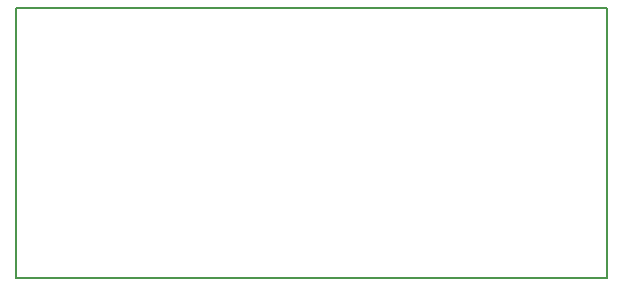
<source format=gbr>
G04 (created by PCBNEW-RS274X (2012-01-19 BZR 3256)-stable) date 24/08/2012 17:37:12*
G01*
G70*
G90*
%MOIN*%
G04 Gerber Fmt 3.4, Leading zero omitted, Abs format*
%FSLAX34Y34*%
G04 APERTURE LIST*
%ADD10C,0.006000*%
%ADD11C,0.008000*%
G04 APERTURE END LIST*
G54D10*
G54D11*
X19686Y09000D02*
X00001Y09000D01*
X00000Y00000D02*
X19686Y00000D01*
X19686Y09000D02*
X19686Y00000D01*
X00000Y00000D02*
X00000Y09000D01*
M02*

</source>
